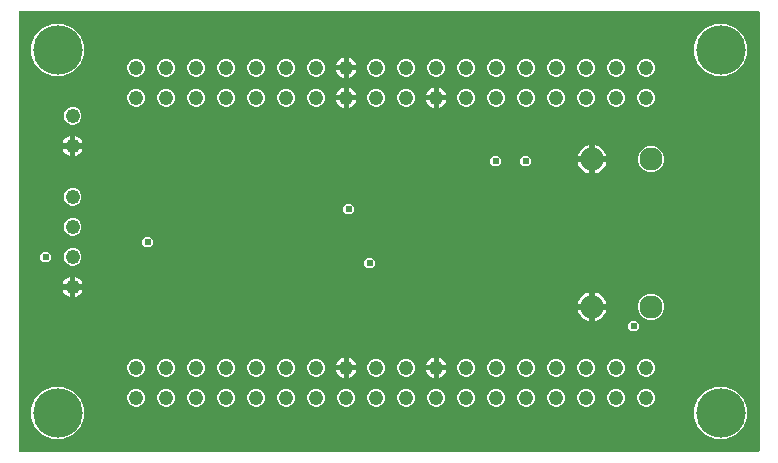
<source format=gbr>
G04 EAGLE Gerber RS-274X export*
G75*
%MOMM*%
%FSLAX34Y34*%
%LPD*%
%INCopper Layer 2*%
%IPPOS*%
%AMOC8*
5,1,8,0,0,1.08239X$1,22.5*%
G01*
%ADD10C,1.244600*%
%ADD11C,1.960000*%
%ADD12C,4.191000*%
%ADD13C,0.609600*%

G36*
X628768Y2556D02*
X628768Y2556D01*
X628887Y2563D01*
X628925Y2576D01*
X628966Y2581D01*
X629076Y2624D01*
X629189Y2661D01*
X629224Y2683D01*
X629261Y2698D01*
X629357Y2767D01*
X629458Y2831D01*
X629486Y2861D01*
X629519Y2884D01*
X629595Y2976D01*
X629676Y3063D01*
X629696Y3098D01*
X629721Y3129D01*
X629772Y3237D01*
X629830Y3341D01*
X629840Y3381D01*
X629857Y3417D01*
X629879Y3534D01*
X629909Y3649D01*
X629913Y3709D01*
X629917Y3729D01*
X629915Y3750D01*
X629919Y3810D01*
X629919Y374650D01*
X629904Y374768D01*
X629897Y374887D01*
X629884Y374925D01*
X629879Y374966D01*
X629836Y375076D01*
X629799Y375189D01*
X629777Y375224D01*
X629762Y375261D01*
X629693Y375357D01*
X629629Y375458D01*
X629599Y375486D01*
X629576Y375519D01*
X629484Y375595D01*
X629397Y375676D01*
X629362Y375696D01*
X629331Y375721D01*
X629223Y375772D01*
X629119Y375830D01*
X629079Y375840D01*
X629043Y375857D01*
X628926Y375879D01*
X628811Y375909D01*
X628751Y375913D01*
X628731Y375917D01*
X628710Y375915D01*
X628650Y375919D01*
X3810Y375919D01*
X3692Y375904D01*
X3573Y375897D01*
X3535Y375884D01*
X3494Y375879D01*
X3384Y375836D01*
X3271Y375799D01*
X3236Y375777D01*
X3199Y375762D01*
X3103Y375693D01*
X3002Y375629D01*
X2974Y375599D01*
X2941Y375576D01*
X2865Y375484D01*
X2784Y375397D01*
X2764Y375362D01*
X2739Y375331D01*
X2688Y375223D01*
X2630Y375119D01*
X2620Y375079D01*
X2603Y375043D01*
X2581Y374926D01*
X2551Y374811D01*
X2547Y374751D01*
X2543Y374731D01*
X2545Y374710D01*
X2541Y374650D01*
X2541Y3810D01*
X2556Y3692D01*
X2563Y3573D01*
X2576Y3535D01*
X2581Y3494D01*
X2624Y3384D01*
X2661Y3271D01*
X2683Y3236D01*
X2698Y3199D01*
X2767Y3103D01*
X2831Y3002D01*
X2861Y2974D01*
X2884Y2941D01*
X2976Y2865D01*
X3063Y2784D01*
X3098Y2764D01*
X3129Y2739D01*
X3237Y2688D01*
X3341Y2630D01*
X3381Y2620D01*
X3417Y2603D01*
X3534Y2581D01*
X3649Y2551D01*
X3709Y2547D01*
X3729Y2543D01*
X3750Y2545D01*
X3810Y2541D01*
X628650Y2541D01*
X628768Y2556D01*
G37*
%LPC*%
G36*
X592479Y320674D02*
X592479Y320674D01*
X584310Y324058D01*
X578058Y330310D01*
X574674Y338479D01*
X574674Y347321D01*
X578058Y355490D01*
X584310Y361742D01*
X592479Y365126D01*
X601321Y365126D01*
X609490Y361742D01*
X615742Y355490D01*
X619126Y347321D01*
X619126Y338479D01*
X615742Y330310D01*
X609490Y324058D01*
X601321Y320674D01*
X592479Y320674D01*
G37*
%LPD*%
%LPC*%
G36*
X31139Y320674D02*
X31139Y320674D01*
X22970Y324058D01*
X16718Y330310D01*
X13334Y338479D01*
X13334Y347321D01*
X16718Y355490D01*
X22970Y361742D01*
X31139Y365126D01*
X39981Y365126D01*
X48150Y361742D01*
X54402Y355490D01*
X57786Y347321D01*
X57786Y338479D01*
X54402Y330310D01*
X48150Y324058D01*
X39981Y320674D01*
X31139Y320674D01*
G37*
%LPD*%
%LPC*%
G36*
X31139Y13334D02*
X31139Y13334D01*
X22970Y16718D01*
X16718Y22970D01*
X13334Y31139D01*
X13334Y39981D01*
X16718Y48150D01*
X22970Y54402D01*
X31139Y57786D01*
X39981Y57786D01*
X48150Y54402D01*
X54402Y48150D01*
X57786Y39981D01*
X57786Y31139D01*
X54402Y22970D01*
X48150Y16718D01*
X39981Y13334D01*
X31139Y13334D01*
G37*
%LPD*%
%LPC*%
G36*
X592479Y13334D02*
X592479Y13334D01*
X584310Y16718D01*
X578058Y22970D01*
X574674Y31139D01*
X574674Y39981D01*
X578058Y48150D01*
X584310Y54402D01*
X592479Y57786D01*
X601321Y57786D01*
X609490Y54402D01*
X615742Y48150D01*
X619126Y39981D01*
X619126Y31139D01*
X615742Y22970D01*
X609490Y16718D01*
X601321Y13334D01*
X592479Y13334D01*
G37*
%LPD*%
%LPC*%
G36*
X535878Y114389D02*
X535878Y114389D01*
X531809Y116075D01*
X528695Y119189D01*
X527009Y123258D01*
X527009Y127662D01*
X528695Y131731D01*
X531809Y134845D01*
X535878Y136531D01*
X540282Y136531D01*
X544351Y134845D01*
X547465Y131731D01*
X549151Y127662D01*
X549151Y123258D01*
X547465Y119189D01*
X544351Y116075D01*
X540282Y114389D01*
X535878Y114389D01*
G37*
%LPD*%
%LPC*%
G36*
X535878Y239389D02*
X535878Y239389D01*
X531809Y241075D01*
X528695Y244189D01*
X527009Y248258D01*
X527009Y252662D01*
X528695Y256731D01*
X531809Y259845D01*
X535878Y261531D01*
X540282Y261531D01*
X544351Y259845D01*
X547465Y256731D01*
X549151Y252662D01*
X549151Y248258D01*
X547465Y244189D01*
X544351Y241075D01*
X540282Y239389D01*
X535878Y239389D01*
G37*
%LPD*%
%LPC*%
G36*
X481789Y320426D02*
X481789Y320426D01*
X479035Y321567D01*
X476927Y323675D01*
X475786Y326429D01*
X475786Y329411D01*
X476927Y332165D01*
X479035Y334273D01*
X481789Y335414D01*
X484771Y335414D01*
X487525Y334273D01*
X489633Y332165D01*
X490774Y329411D01*
X490774Y326429D01*
X489633Y323675D01*
X487525Y321567D01*
X484771Y320426D01*
X481789Y320426D01*
G37*
%LPD*%
%LPC*%
G36*
X456389Y320426D02*
X456389Y320426D01*
X453635Y321567D01*
X451527Y323675D01*
X450386Y326429D01*
X450386Y329411D01*
X451527Y332165D01*
X453635Y334273D01*
X456389Y335414D01*
X459371Y335414D01*
X462125Y334273D01*
X464233Y332165D01*
X465374Y329411D01*
X465374Y326429D01*
X464233Y323675D01*
X462125Y321567D01*
X459371Y320426D01*
X456389Y320426D01*
G37*
%LPD*%
%LPC*%
G36*
X430989Y320426D02*
X430989Y320426D01*
X428235Y321567D01*
X426127Y323675D01*
X424986Y326429D01*
X424986Y329411D01*
X426127Y332165D01*
X428235Y334273D01*
X430989Y335414D01*
X433971Y335414D01*
X436725Y334273D01*
X438833Y332165D01*
X439974Y329411D01*
X439974Y326429D01*
X438833Y323675D01*
X436725Y321567D01*
X433971Y320426D01*
X430989Y320426D01*
G37*
%LPD*%
%LPC*%
G36*
X405589Y320426D02*
X405589Y320426D01*
X402835Y321567D01*
X400727Y323675D01*
X399586Y326429D01*
X399586Y329411D01*
X400727Y332165D01*
X402835Y334273D01*
X405589Y335414D01*
X408571Y335414D01*
X411325Y334273D01*
X413433Y332165D01*
X414574Y329411D01*
X414574Y326429D01*
X413433Y323675D01*
X411325Y321567D01*
X408571Y320426D01*
X405589Y320426D01*
G37*
%LPD*%
%LPC*%
G36*
X380189Y320426D02*
X380189Y320426D01*
X377435Y321567D01*
X375327Y323675D01*
X374186Y326429D01*
X374186Y329411D01*
X375327Y332165D01*
X377435Y334273D01*
X380189Y335414D01*
X383171Y335414D01*
X385925Y334273D01*
X388033Y332165D01*
X389174Y329411D01*
X389174Y326429D01*
X388033Y323675D01*
X385925Y321567D01*
X383171Y320426D01*
X380189Y320426D01*
G37*
%LPD*%
%LPC*%
G36*
X354789Y320426D02*
X354789Y320426D01*
X352035Y321567D01*
X349927Y323675D01*
X348786Y326429D01*
X348786Y329411D01*
X349927Y332165D01*
X352035Y334273D01*
X354789Y335414D01*
X357771Y335414D01*
X360525Y334273D01*
X362633Y332165D01*
X363774Y329411D01*
X363774Y326429D01*
X362633Y323675D01*
X360525Y321567D01*
X357771Y320426D01*
X354789Y320426D01*
G37*
%LPD*%
%LPC*%
G36*
X329389Y320426D02*
X329389Y320426D01*
X326635Y321567D01*
X324527Y323675D01*
X323386Y326429D01*
X323386Y329411D01*
X324527Y332165D01*
X326635Y334273D01*
X329389Y335414D01*
X332371Y335414D01*
X335125Y334273D01*
X337233Y332165D01*
X338374Y329411D01*
X338374Y326429D01*
X337233Y323675D01*
X335125Y321567D01*
X332371Y320426D01*
X329389Y320426D01*
G37*
%LPD*%
%LPC*%
G36*
X303989Y320426D02*
X303989Y320426D01*
X301235Y321567D01*
X299127Y323675D01*
X297986Y326429D01*
X297986Y329411D01*
X299127Y332165D01*
X301235Y334273D01*
X303989Y335414D01*
X306971Y335414D01*
X309725Y334273D01*
X311833Y332165D01*
X312974Y329411D01*
X312974Y326429D01*
X311833Y323675D01*
X309725Y321567D01*
X306971Y320426D01*
X303989Y320426D01*
G37*
%LPD*%
%LPC*%
G36*
X253189Y320426D02*
X253189Y320426D01*
X250435Y321567D01*
X248327Y323675D01*
X247186Y326429D01*
X247186Y329411D01*
X248327Y332165D01*
X250435Y334273D01*
X253189Y335414D01*
X256171Y335414D01*
X258925Y334273D01*
X261033Y332165D01*
X262174Y329411D01*
X262174Y326429D01*
X261033Y323675D01*
X258925Y321567D01*
X256171Y320426D01*
X253189Y320426D01*
G37*
%LPD*%
%LPC*%
G36*
X227789Y320426D02*
X227789Y320426D01*
X225035Y321567D01*
X222927Y323675D01*
X221786Y326429D01*
X221786Y329411D01*
X222927Y332165D01*
X225035Y334273D01*
X227789Y335414D01*
X230771Y335414D01*
X233525Y334273D01*
X235633Y332165D01*
X236774Y329411D01*
X236774Y326429D01*
X235633Y323675D01*
X233525Y321567D01*
X230771Y320426D01*
X227789Y320426D01*
G37*
%LPD*%
%LPC*%
G36*
X202389Y320426D02*
X202389Y320426D01*
X199635Y321567D01*
X197527Y323675D01*
X196386Y326429D01*
X196386Y329411D01*
X197527Y332165D01*
X199635Y334273D01*
X202389Y335414D01*
X205371Y335414D01*
X208125Y334273D01*
X210233Y332165D01*
X211374Y329411D01*
X211374Y326429D01*
X210233Y323675D01*
X208125Y321567D01*
X205371Y320426D01*
X202389Y320426D01*
G37*
%LPD*%
%LPC*%
G36*
X176989Y320426D02*
X176989Y320426D01*
X174235Y321567D01*
X172127Y323675D01*
X170986Y326429D01*
X170986Y329411D01*
X172127Y332165D01*
X174235Y334273D01*
X176989Y335414D01*
X179971Y335414D01*
X182725Y334273D01*
X184833Y332165D01*
X185974Y329411D01*
X185974Y326429D01*
X184833Y323675D01*
X182725Y321567D01*
X179971Y320426D01*
X176989Y320426D01*
G37*
%LPD*%
%LPC*%
G36*
X151589Y320426D02*
X151589Y320426D01*
X148835Y321567D01*
X146727Y323675D01*
X145586Y326429D01*
X145586Y329411D01*
X146727Y332165D01*
X148835Y334273D01*
X151589Y335414D01*
X154571Y335414D01*
X157325Y334273D01*
X159433Y332165D01*
X160574Y329411D01*
X160574Y326429D01*
X159433Y323675D01*
X157325Y321567D01*
X154571Y320426D01*
X151589Y320426D01*
G37*
%LPD*%
%LPC*%
G36*
X126189Y320426D02*
X126189Y320426D01*
X123435Y321567D01*
X121327Y323675D01*
X120186Y326429D01*
X120186Y329411D01*
X121327Y332165D01*
X123435Y334273D01*
X126189Y335414D01*
X129171Y335414D01*
X131925Y334273D01*
X134033Y332165D01*
X135174Y329411D01*
X135174Y326429D01*
X134033Y323675D01*
X131925Y321567D01*
X129171Y320426D01*
X126189Y320426D01*
G37*
%LPD*%
%LPC*%
G36*
X100789Y320426D02*
X100789Y320426D01*
X98035Y321567D01*
X95927Y323675D01*
X94786Y326429D01*
X94786Y329411D01*
X95927Y332165D01*
X98035Y334273D01*
X100789Y335414D01*
X103771Y335414D01*
X106525Y334273D01*
X108633Y332165D01*
X109774Y329411D01*
X109774Y326429D01*
X108633Y323675D01*
X106525Y321567D01*
X103771Y320426D01*
X100789Y320426D01*
G37*
%LPD*%
%LPC*%
G36*
X100789Y41026D02*
X100789Y41026D01*
X98035Y42167D01*
X95927Y44275D01*
X94786Y47029D01*
X94786Y50011D01*
X95927Y52765D01*
X98035Y54873D01*
X100789Y56014D01*
X103771Y56014D01*
X106525Y54873D01*
X108633Y52765D01*
X109774Y50011D01*
X109774Y47029D01*
X108633Y44275D01*
X106525Y42167D01*
X103771Y41026D01*
X100789Y41026D01*
G37*
%LPD*%
%LPC*%
G36*
X126189Y41026D02*
X126189Y41026D01*
X123435Y42167D01*
X121327Y44275D01*
X120186Y47029D01*
X120186Y50011D01*
X121327Y52765D01*
X123435Y54873D01*
X126189Y56014D01*
X129171Y56014D01*
X131925Y54873D01*
X134033Y52765D01*
X135174Y50011D01*
X135174Y47029D01*
X134033Y44275D01*
X131925Y42167D01*
X129171Y41026D01*
X126189Y41026D01*
G37*
%LPD*%
%LPC*%
G36*
X151589Y41026D02*
X151589Y41026D01*
X148835Y42167D01*
X146727Y44275D01*
X145586Y47029D01*
X145586Y50011D01*
X146727Y52765D01*
X148835Y54873D01*
X151589Y56014D01*
X154571Y56014D01*
X157325Y54873D01*
X159433Y52765D01*
X160574Y50011D01*
X160574Y47029D01*
X159433Y44275D01*
X157325Y42167D01*
X154571Y41026D01*
X151589Y41026D01*
G37*
%LPD*%
%LPC*%
G36*
X176989Y41026D02*
X176989Y41026D01*
X174235Y42167D01*
X172127Y44275D01*
X170986Y47029D01*
X170986Y50011D01*
X172127Y52765D01*
X174235Y54873D01*
X176989Y56014D01*
X179971Y56014D01*
X182725Y54873D01*
X184833Y52765D01*
X185974Y50011D01*
X185974Y47029D01*
X184833Y44275D01*
X182725Y42167D01*
X179971Y41026D01*
X176989Y41026D01*
G37*
%LPD*%
%LPC*%
G36*
X202389Y41026D02*
X202389Y41026D01*
X199635Y42167D01*
X197527Y44275D01*
X196386Y47029D01*
X196386Y50011D01*
X197527Y52765D01*
X199635Y54873D01*
X202389Y56014D01*
X205371Y56014D01*
X208125Y54873D01*
X210233Y52765D01*
X211374Y50011D01*
X211374Y47029D01*
X210233Y44275D01*
X208125Y42167D01*
X205371Y41026D01*
X202389Y41026D01*
G37*
%LPD*%
%LPC*%
G36*
X227789Y41026D02*
X227789Y41026D01*
X225035Y42167D01*
X222927Y44275D01*
X221786Y47029D01*
X221786Y50011D01*
X222927Y52765D01*
X225035Y54873D01*
X227789Y56014D01*
X230771Y56014D01*
X233525Y54873D01*
X235633Y52765D01*
X236774Y50011D01*
X236774Y47029D01*
X235633Y44275D01*
X233525Y42167D01*
X230771Y41026D01*
X227789Y41026D01*
G37*
%LPD*%
%LPC*%
G36*
X532589Y295026D02*
X532589Y295026D01*
X529835Y296167D01*
X527727Y298275D01*
X526586Y301029D01*
X526586Y304011D01*
X527727Y306765D01*
X529835Y308873D01*
X532589Y310014D01*
X535571Y310014D01*
X538325Y308873D01*
X540433Y306765D01*
X541574Y304011D01*
X541574Y301029D01*
X540433Y298275D01*
X538325Y296167D01*
X535571Y295026D01*
X532589Y295026D01*
G37*
%LPD*%
%LPC*%
G36*
X507189Y295026D02*
X507189Y295026D01*
X504435Y296167D01*
X502327Y298275D01*
X501186Y301029D01*
X501186Y304011D01*
X502327Y306765D01*
X504435Y308873D01*
X507189Y310014D01*
X510171Y310014D01*
X512925Y308873D01*
X515033Y306765D01*
X516174Y304011D01*
X516174Y301029D01*
X515033Y298275D01*
X512925Y296167D01*
X510171Y295026D01*
X507189Y295026D01*
G37*
%LPD*%
%LPC*%
G36*
X481789Y295026D02*
X481789Y295026D01*
X479035Y296167D01*
X476927Y298275D01*
X475786Y301029D01*
X475786Y304011D01*
X476927Y306765D01*
X479035Y308873D01*
X481789Y310014D01*
X484771Y310014D01*
X487525Y308873D01*
X489633Y306765D01*
X490774Y304011D01*
X490774Y301029D01*
X489633Y298275D01*
X487525Y296167D01*
X484771Y295026D01*
X481789Y295026D01*
G37*
%LPD*%
%LPC*%
G36*
X456389Y295026D02*
X456389Y295026D01*
X453635Y296167D01*
X451527Y298275D01*
X450386Y301029D01*
X450386Y304011D01*
X451527Y306765D01*
X453635Y308873D01*
X456389Y310014D01*
X459371Y310014D01*
X462125Y308873D01*
X464233Y306765D01*
X465374Y304011D01*
X465374Y301029D01*
X464233Y298275D01*
X462125Y296167D01*
X459371Y295026D01*
X456389Y295026D01*
G37*
%LPD*%
%LPC*%
G36*
X430989Y295026D02*
X430989Y295026D01*
X428235Y296167D01*
X426127Y298275D01*
X424986Y301029D01*
X424986Y304011D01*
X426127Y306765D01*
X428235Y308873D01*
X430989Y310014D01*
X433971Y310014D01*
X436725Y308873D01*
X438833Y306765D01*
X439974Y304011D01*
X439974Y301029D01*
X438833Y298275D01*
X436725Y296167D01*
X433971Y295026D01*
X430989Y295026D01*
G37*
%LPD*%
%LPC*%
G36*
X405589Y295026D02*
X405589Y295026D01*
X402835Y296167D01*
X400727Y298275D01*
X399586Y301029D01*
X399586Y304011D01*
X400727Y306765D01*
X402835Y308873D01*
X405589Y310014D01*
X408571Y310014D01*
X411325Y308873D01*
X413433Y306765D01*
X414574Y304011D01*
X414574Y301029D01*
X413433Y298275D01*
X411325Y296167D01*
X408571Y295026D01*
X405589Y295026D01*
G37*
%LPD*%
%LPC*%
G36*
X380189Y295026D02*
X380189Y295026D01*
X377435Y296167D01*
X375327Y298275D01*
X374186Y301029D01*
X374186Y304011D01*
X375327Y306765D01*
X377435Y308873D01*
X380189Y310014D01*
X383171Y310014D01*
X385925Y308873D01*
X388033Y306765D01*
X389174Y304011D01*
X389174Y301029D01*
X388033Y298275D01*
X385925Y296167D01*
X383171Y295026D01*
X380189Y295026D01*
G37*
%LPD*%
%LPC*%
G36*
X329389Y295026D02*
X329389Y295026D01*
X326635Y296167D01*
X324527Y298275D01*
X323386Y301029D01*
X323386Y304011D01*
X324527Y306765D01*
X326635Y308873D01*
X329389Y310014D01*
X332371Y310014D01*
X335125Y308873D01*
X337233Y306765D01*
X338374Y304011D01*
X338374Y301029D01*
X337233Y298275D01*
X335125Y296167D01*
X332371Y295026D01*
X329389Y295026D01*
G37*
%LPD*%
%LPC*%
G36*
X303989Y295026D02*
X303989Y295026D01*
X301235Y296167D01*
X299127Y298275D01*
X297986Y301029D01*
X297986Y304011D01*
X299127Y306765D01*
X301235Y308873D01*
X303989Y310014D01*
X306971Y310014D01*
X309725Y308873D01*
X311833Y306765D01*
X312974Y304011D01*
X312974Y301029D01*
X311833Y298275D01*
X309725Y296167D01*
X306971Y295026D01*
X303989Y295026D01*
G37*
%LPD*%
%LPC*%
G36*
X253189Y295026D02*
X253189Y295026D01*
X250435Y296167D01*
X248327Y298275D01*
X247186Y301029D01*
X247186Y304011D01*
X248327Y306765D01*
X250435Y308873D01*
X253189Y310014D01*
X256171Y310014D01*
X258925Y308873D01*
X261033Y306765D01*
X262174Y304011D01*
X262174Y301029D01*
X261033Y298275D01*
X258925Y296167D01*
X256171Y295026D01*
X253189Y295026D01*
G37*
%LPD*%
%LPC*%
G36*
X227789Y295026D02*
X227789Y295026D01*
X225035Y296167D01*
X222927Y298275D01*
X221786Y301029D01*
X221786Y304011D01*
X222927Y306765D01*
X225035Y308873D01*
X227789Y310014D01*
X230771Y310014D01*
X233525Y308873D01*
X235633Y306765D01*
X236774Y304011D01*
X236774Y301029D01*
X235633Y298275D01*
X233525Y296167D01*
X230771Y295026D01*
X227789Y295026D01*
G37*
%LPD*%
%LPC*%
G36*
X202389Y295026D02*
X202389Y295026D01*
X199635Y296167D01*
X197527Y298275D01*
X196386Y301029D01*
X196386Y304011D01*
X197527Y306765D01*
X199635Y308873D01*
X202389Y310014D01*
X205371Y310014D01*
X208125Y308873D01*
X210233Y306765D01*
X211374Y304011D01*
X211374Y301029D01*
X210233Y298275D01*
X208125Y296167D01*
X205371Y295026D01*
X202389Y295026D01*
G37*
%LPD*%
%LPC*%
G36*
X176989Y295026D02*
X176989Y295026D01*
X174235Y296167D01*
X172127Y298275D01*
X170986Y301029D01*
X170986Y304011D01*
X172127Y306765D01*
X174235Y308873D01*
X176989Y310014D01*
X179971Y310014D01*
X182725Y308873D01*
X184833Y306765D01*
X185974Y304011D01*
X185974Y301029D01*
X184833Y298275D01*
X182725Y296167D01*
X179971Y295026D01*
X176989Y295026D01*
G37*
%LPD*%
%LPC*%
G36*
X151589Y295026D02*
X151589Y295026D01*
X148835Y296167D01*
X146727Y298275D01*
X145586Y301029D01*
X145586Y304011D01*
X146727Y306765D01*
X148835Y308873D01*
X151589Y310014D01*
X154571Y310014D01*
X157325Y308873D01*
X159433Y306765D01*
X160574Y304011D01*
X160574Y301029D01*
X159433Y298275D01*
X157325Y296167D01*
X154571Y295026D01*
X151589Y295026D01*
G37*
%LPD*%
%LPC*%
G36*
X126189Y295026D02*
X126189Y295026D01*
X123435Y296167D01*
X121327Y298275D01*
X120186Y301029D01*
X120186Y304011D01*
X121327Y306765D01*
X123435Y308873D01*
X126189Y310014D01*
X129171Y310014D01*
X131925Y308873D01*
X134033Y306765D01*
X135174Y304011D01*
X135174Y301029D01*
X134033Y298275D01*
X131925Y296167D01*
X129171Y295026D01*
X126189Y295026D01*
G37*
%LPD*%
%LPC*%
G36*
X100789Y295026D02*
X100789Y295026D01*
X98035Y296167D01*
X95927Y298275D01*
X94786Y301029D01*
X94786Y304011D01*
X95927Y306765D01*
X98035Y308873D01*
X100789Y310014D01*
X103771Y310014D01*
X106525Y308873D01*
X108633Y306765D01*
X109774Y304011D01*
X109774Y301029D01*
X108633Y298275D01*
X106525Y296167D01*
X103771Y295026D01*
X100789Y295026D01*
G37*
%LPD*%
%LPC*%
G36*
X253189Y41026D02*
X253189Y41026D01*
X250435Y42167D01*
X248327Y44275D01*
X247186Y47029D01*
X247186Y50011D01*
X248327Y52765D01*
X250435Y54873D01*
X253189Y56014D01*
X256171Y56014D01*
X258925Y54873D01*
X261033Y52765D01*
X262174Y50011D01*
X262174Y47029D01*
X261033Y44275D01*
X258925Y42167D01*
X256171Y41026D01*
X253189Y41026D01*
G37*
%LPD*%
%LPC*%
G36*
X278589Y41026D02*
X278589Y41026D01*
X275835Y42167D01*
X273727Y44275D01*
X272586Y47029D01*
X272586Y50011D01*
X273727Y52765D01*
X275835Y54873D01*
X278589Y56014D01*
X281571Y56014D01*
X284325Y54873D01*
X286433Y52765D01*
X287574Y50011D01*
X287574Y47029D01*
X286433Y44275D01*
X284325Y42167D01*
X281571Y41026D01*
X278589Y41026D01*
G37*
%LPD*%
%LPC*%
G36*
X303989Y41026D02*
X303989Y41026D01*
X301235Y42167D01*
X299127Y44275D01*
X297986Y47029D01*
X297986Y50011D01*
X299127Y52765D01*
X301235Y54873D01*
X303989Y56014D01*
X306971Y56014D01*
X309725Y54873D01*
X311833Y52765D01*
X312974Y50011D01*
X312974Y47029D01*
X311833Y44275D01*
X309725Y42167D01*
X306971Y41026D01*
X303989Y41026D01*
G37*
%LPD*%
%LPC*%
G36*
X329389Y41026D02*
X329389Y41026D01*
X326635Y42167D01*
X324527Y44275D01*
X323386Y47029D01*
X323386Y50011D01*
X324527Y52765D01*
X326635Y54873D01*
X329389Y56014D01*
X332371Y56014D01*
X335125Y54873D01*
X337233Y52765D01*
X338374Y50011D01*
X338374Y47029D01*
X337233Y44275D01*
X335125Y42167D01*
X332371Y41026D01*
X329389Y41026D01*
G37*
%LPD*%
%LPC*%
G36*
X46769Y279526D02*
X46769Y279526D01*
X44015Y280667D01*
X41907Y282775D01*
X40766Y285529D01*
X40766Y288511D01*
X41907Y291265D01*
X44015Y293373D01*
X46769Y294514D01*
X49751Y294514D01*
X52505Y293373D01*
X54613Y291265D01*
X55754Y288511D01*
X55754Y285529D01*
X54613Y282775D01*
X52505Y280667D01*
X49751Y279526D01*
X46769Y279526D01*
G37*
%LPD*%
%LPC*%
G36*
X354789Y41026D02*
X354789Y41026D01*
X352035Y42167D01*
X349927Y44275D01*
X348786Y47029D01*
X348786Y50011D01*
X349927Y52765D01*
X352035Y54873D01*
X354789Y56014D01*
X357771Y56014D01*
X360525Y54873D01*
X362633Y52765D01*
X363774Y50011D01*
X363774Y47029D01*
X362633Y44275D01*
X360525Y42167D01*
X357771Y41026D01*
X354789Y41026D01*
G37*
%LPD*%
%LPC*%
G36*
X380189Y41026D02*
X380189Y41026D01*
X377435Y42167D01*
X375327Y44275D01*
X374186Y47029D01*
X374186Y50011D01*
X375327Y52765D01*
X377435Y54873D01*
X380189Y56014D01*
X383171Y56014D01*
X385925Y54873D01*
X388033Y52765D01*
X389174Y50011D01*
X389174Y47029D01*
X388033Y44275D01*
X385925Y42167D01*
X383171Y41026D01*
X380189Y41026D01*
G37*
%LPD*%
%LPC*%
G36*
X405589Y41026D02*
X405589Y41026D01*
X402835Y42167D01*
X400727Y44275D01*
X399586Y47029D01*
X399586Y50011D01*
X400727Y52765D01*
X402835Y54873D01*
X405589Y56014D01*
X408571Y56014D01*
X411325Y54873D01*
X413433Y52765D01*
X414574Y50011D01*
X414574Y47029D01*
X413433Y44275D01*
X411325Y42167D01*
X408571Y41026D01*
X405589Y41026D01*
G37*
%LPD*%
%LPC*%
G36*
X430989Y41026D02*
X430989Y41026D01*
X428235Y42167D01*
X426127Y44275D01*
X424986Y47029D01*
X424986Y50011D01*
X426127Y52765D01*
X428235Y54873D01*
X430989Y56014D01*
X433971Y56014D01*
X436725Y54873D01*
X438833Y52765D01*
X439974Y50011D01*
X439974Y47029D01*
X438833Y44275D01*
X436725Y42167D01*
X433971Y41026D01*
X430989Y41026D01*
G37*
%LPD*%
%LPC*%
G36*
X507189Y320426D02*
X507189Y320426D01*
X504435Y321567D01*
X502327Y323675D01*
X501186Y326429D01*
X501186Y329411D01*
X502327Y332165D01*
X504435Y334273D01*
X507189Y335414D01*
X510171Y335414D01*
X512925Y334273D01*
X515033Y332165D01*
X516174Y329411D01*
X516174Y326429D01*
X515033Y323675D01*
X512925Y321567D01*
X510171Y320426D01*
X507189Y320426D01*
G37*
%LPD*%
%LPC*%
G36*
X456389Y41026D02*
X456389Y41026D01*
X453635Y42167D01*
X451527Y44275D01*
X450386Y47029D01*
X450386Y50011D01*
X451527Y52765D01*
X453635Y54873D01*
X456389Y56014D01*
X459371Y56014D01*
X462125Y54873D01*
X464233Y52765D01*
X465374Y50011D01*
X465374Y47029D01*
X464233Y44275D01*
X462125Y42167D01*
X459371Y41026D01*
X456389Y41026D01*
G37*
%LPD*%
%LPC*%
G36*
X481789Y41026D02*
X481789Y41026D01*
X479035Y42167D01*
X476927Y44275D01*
X475786Y47029D01*
X475786Y50011D01*
X476927Y52765D01*
X479035Y54873D01*
X481789Y56014D01*
X484771Y56014D01*
X487525Y54873D01*
X489633Y52765D01*
X490774Y50011D01*
X490774Y47029D01*
X489633Y44275D01*
X487525Y42167D01*
X484771Y41026D01*
X481789Y41026D01*
G37*
%LPD*%
%LPC*%
G36*
X507189Y41026D02*
X507189Y41026D01*
X504435Y42167D01*
X502327Y44275D01*
X501186Y47029D01*
X501186Y50011D01*
X502327Y52765D01*
X504435Y54873D01*
X507189Y56014D01*
X510171Y56014D01*
X512925Y54873D01*
X515033Y52765D01*
X516174Y50011D01*
X516174Y47029D01*
X515033Y44275D01*
X512925Y42167D01*
X510171Y41026D01*
X507189Y41026D01*
G37*
%LPD*%
%LPC*%
G36*
X532589Y41026D02*
X532589Y41026D01*
X529835Y42167D01*
X527727Y44275D01*
X526586Y47029D01*
X526586Y50011D01*
X527727Y52765D01*
X529835Y54873D01*
X532589Y56014D01*
X535571Y56014D01*
X538325Y54873D01*
X540433Y52765D01*
X541574Y50011D01*
X541574Y47029D01*
X540433Y44275D01*
X538325Y42167D01*
X535571Y41026D01*
X532589Y41026D01*
G37*
%LPD*%
%LPC*%
G36*
X100789Y66426D02*
X100789Y66426D01*
X98035Y67567D01*
X95927Y69675D01*
X94786Y72429D01*
X94786Y75411D01*
X95927Y78165D01*
X98035Y80273D01*
X100789Y81414D01*
X103771Y81414D01*
X106525Y80273D01*
X108633Y78165D01*
X109774Y75411D01*
X109774Y72429D01*
X108633Y69675D01*
X106525Y67567D01*
X103771Y66426D01*
X100789Y66426D01*
G37*
%LPD*%
%LPC*%
G36*
X126189Y66426D02*
X126189Y66426D01*
X123435Y67567D01*
X121327Y69675D01*
X120186Y72429D01*
X120186Y75411D01*
X121327Y78165D01*
X123435Y80273D01*
X126189Y81414D01*
X129171Y81414D01*
X131925Y80273D01*
X134033Y78165D01*
X135174Y75411D01*
X135174Y72429D01*
X134033Y69675D01*
X131925Y67567D01*
X129171Y66426D01*
X126189Y66426D01*
G37*
%LPD*%
%LPC*%
G36*
X151589Y66426D02*
X151589Y66426D01*
X148835Y67567D01*
X146727Y69675D01*
X145586Y72429D01*
X145586Y75411D01*
X146727Y78165D01*
X148835Y80273D01*
X151589Y81414D01*
X154571Y81414D01*
X157325Y80273D01*
X159433Y78165D01*
X160574Y75411D01*
X160574Y72429D01*
X159433Y69675D01*
X157325Y67567D01*
X154571Y66426D01*
X151589Y66426D01*
G37*
%LPD*%
%LPC*%
G36*
X46769Y210946D02*
X46769Y210946D01*
X44015Y212087D01*
X41907Y214195D01*
X40766Y216949D01*
X40766Y219931D01*
X41907Y222685D01*
X44015Y224793D01*
X46769Y225934D01*
X49751Y225934D01*
X52505Y224793D01*
X54613Y222685D01*
X55754Y219931D01*
X55754Y216949D01*
X54613Y214195D01*
X52505Y212087D01*
X49751Y210946D01*
X46769Y210946D01*
G37*
%LPD*%
%LPC*%
G36*
X176989Y66426D02*
X176989Y66426D01*
X174235Y67567D01*
X172127Y69675D01*
X170986Y72429D01*
X170986Y75411D01*
X172127Y78165D01*
X174235Y80273D01*
X176989Y81414D01*
X179971Y81414D01*
X182725Y80273D01*
X184833Y78165D01*
X185974Y75411D01*
X185974Y72429D01*
X184833Y69675D01*
X182725Y67567D01*
X179971Y66426D01*
X176989Y66426D01*
G37*
%LPD*%
%LPC*%
G36*
X46769Y185546D02*
X46769Y185546D01*
X44015Y186687D01*
X41907Y188795D01*
X40766Y191549D01*
X40766Y194531D01*
X41907Y197285D01*
X44015Y199393D01*
X46769Y200534D01*
X49751Y200534D01*
X52505Y199393D01*
X54613Y197285D01*
X55754Y194531D01*
X55754Y191549D01*
X54613Y188795D01*
X52505Y186687D01*
X49751Y185546D01*
X46769Y185546D01*
G37*
%LPD*%
%LPC*%
G36*
X202389Y66426D02*
X202389Y66426D01*
X199635Y67567D01*
X197527Y69675D01*
X196386Y72429D01*
X196386Y75411D01*
X197527Y78165D01*
X199635Y80273D01*
X202389Y81414D01*
X205371Y81414D01*
X208125Y80273D01*
X210233Y78165D01*
X211374Y75411D01*
X211374Y72429D01*
X210233Y69675D01*
X208125Y67567D01*
X205371Y66426D01*
X202389Y66426D01*
G37*
%LPD*%
%LPC*%
G36*
X46769Y160146D02*
X46769Y160146D01*
X44015Y161287D01*
X41907Y163395D01*
X40766Y166149D01*
X40766Y169131D01*
X41907Y171885D01*
X44015Y173993D01*
X46769Y175134D01*
X49751Y175134D01*
X52505Y173993D01*
X54613Y171885D01*
X55754Y169131D01*
X55754Y166149D01*
X54613Y163395D01*
X52505Y161287D01*
X49751Y160146D01*
X46769Y160146D01*
G37*
%LPD*%
%LPC*%
G36*
X227789Y66426D02*
X227789Y66426D01*
X225035Y67567D01*
X222927Y69675D01*
X221786Y72429D01*
X221786Y75411D01*
X222927Y78165D01*
X225035Y80273D01*
X227789Y81414D01*
X230771Y81414D01*
X233525Y80273D01*
X235633Y78165D01*
X236774Y75411D01*
X236774Y72429D01*
X235633Y69675D01*
X233525Y67567D01*
X230771Y66426D01*
X227789Y66426D01*
G37*
%LPD*%
%LPC*%
G36*
X253189Y66426D02*
X253189Y66426D01*
X250435Y67567D01*
X248327Y69675D01*
X247186Y72429D01*
X247186Y75411D01*
X248327Y78165D01*
X250435Y80273D01*
X253189Y81414D01*
X256171Y81414D01*
X258925Y80273D01*
X261033Y78165D01*
X262174Y75411D01*
X262174Y72429D01*
X261033Y69675D01*
X258925Y67567D01*
X256171Y66426D01*
X253189Y66426D01*
G37*
%LPD*%
%LPC*%
G36*
X380189Y66426D02*
X380189Y66426D01*
X377435Y67567D01*
X375327Y69675D01*
X374186Y72429D01*
X374186Y75411D01*
X375327Y78165D01*
X377435Y80273D01*
X380189Y81414D01*
X383171Y81414D01*
X385925Y80273D01*
X388033Y78165D01*
X389174Y75411D01*
X389174Y72429D01*
X388033Y69675D01*
X385925Y67567D01*
X383171Y66426D01*
X380189Y66426D01*
G37*
%LPD*%
%LPC*%
G36*
X405589Y66426D02*
X405589Y66426D01*
X402835Y67567D01*
X400727Y69675D01*
X399586Y72429D01*
X399586Y75411D01*
X400727Y78165D01*
X402835Y80273D01*
X405589Y81414D01*
X408571Y81414D01*
X411325Y80273D01*
X413433Y78165D01*
X414574Y75411D01*
X414574Y72429D01*
X413433Y69675D01*
X411325Y67567D01*
X408571Y66426D01*
X405589Y66426D01*
G37*
%LPD*%
%LPC*%
G36*
X430989Y66426D02*
X430989Y66426D01*
X428235Y67567D01*
X426127Y69675D01*
X424986Y72429D01*
X424986Y75411D01*
X426127Y78165D01*
X428235Y80273D01*
X430989Y81414D01*
X433971Y81414D01*
X436725Y80273D01*
X438833Y78165D01*
X439974Y75411D01*
X439974Y72429D01*
X438833Y69675D01*
X436725Y67567D01*
X433971Y66426D01*
X430989Y66426D01*
G37*
%LPD*%
%LPC*%
G36*
X456389Y66426D02*
X456389Y66426D01*
X453635Y67567D01*
X451527Y69675D01*
X450386Y72429D01*
X450386Y75411D01*
X451527Y78165D01*
X453635Y80273D01*
X456389Y81414D01*
X459371Y81414D01*
X462125Y80273D01*
X464233Y78165D01*
X465374Y75411D01*
X465374Y72429D01*
X464233Y69675D01*
X462125Y67567D01*
X459371Y66426D01*
X456389Y66426D01*
G37*
%LPD*%
%LPC*%
G36*
X481789Y66426D02*
X481789Y66426D01*
X479035Y67567D01*
X476927Y69675D01*
X475786Y72429D01*
X475786Y75411D01*
X476927Y78165D01*
X479035Y80273D01*
X481789Y81414D01*
X484771Y81414D01*
X487525Y80273D01*
X489633Y78165D01*
X490774Y75411D01*
X490774Y72429D01*
X489633Y69675D01*
X487525Y67567D01*
X484771Y66426D01*
X481789Y66426D01*
G37*
%LPD*%
%LPC*%
G36*
X507189Y66426D02*
X507189Y66426D01*
X504435Y67567D01*
X502327Y69675D01*
X501186Y72429D01*
X501186Y75411D01*
X502327Y78165D01*
X504435Y80273D01*
X507189Y81414D01*
X510171Y81414D01*
X512925Y80273D01*
X515033Y78165D01*
X516174Y75411D01*
X516174Y72429D01*
X515033Y69675D01*
X512925Y67567D01*
X510171Y66426D01*
X507189Y66426D01*
G37*
%LPD*%
%LPC*%
G36*
X532589Y320426D02*
X532589Y320426D01*
X529835Y321567D01*
X527727Y323675D01*
X526586Y326429D01*
X526586Y329411D01*
X527727Y332165D01*
X529835Y334273D01*
X532589Y335414D01*
X535571Y335414D01*
X538325Y334273D01*
X540433Y332165D01*
X541574Y329411D01*
X541574Y326429D01*
X540433Y323675D01*
X538325Y321567D01*
X535571Y320426D01*
X532589Y320426D01*
G37*
%LPD*%
%LPC*%
G36*
X532589Y66426D02*
X532589Y66426D01*
X529835Y67567D01*
X527727Y69675D01*
X526586Y72429D01*
X526586Y75411D01*
X527727Y78165D01*
X529835Y80273D01*
X532589Y81414D01*
X535571Y81414D01*
X538325Y80273D01*
X540433Y78165D01*
X541574Y75411D01*
X541574Y72429D01*
X540433Y69675D01*
X538325Y67567D01*
X535571Y66426D01*
X532589Y66426D01*
G37*
%LPD*%
%LPC*%
G36*
X303989Y66426D02*
X303989Y66426D01*
X301235Y67567D01*
X299127Y69675D01*
X297986Y72429D01*
X297986Y75411D01*
X299127Y78165D01*
X301235Y80273D01*
X303989Y81414D01*
X306971Y81414D01*
X309725Y80273D01*
X311833Y78165D01*
X312974Y75411D01*
X312974Y72429D01*
X311833Y69675D01*
X309725Y67567D01*
X306971Y66426D01*
X303989Y66426D01*
G37*
%LPD*%
%LPC*%
G36*
X329389Y66426D02*
X329389Y66426D01*
X326635Y67567D01*
X324527Y69675D01*
X323386Y72429D01*
X323386Y75411D01*
X324527Y78165D01*
X326635Y80273D01*
X329389Y81414D01*
X332371Y81414D01*
X335125Y80273D01*
X337233Y78165D01*
X338374Y75411D01*
X338374Y72429D01*
X337233Y69675D01*
X335125Y67567D01*
X332371Y66426D01*
X329389Y66426D01*
G37*
%LPD*%
%LPC*%
G36*
X490619Y127999D02*
X490619Y127999D01*
X490619Y137552D01*
X490970Y137497D01*
X492817Y136897D01*
X494548Y136015D01*
X496119Y134873D01*
X497493Y133499D01*
X498635Y131928D01*
X499517Y130197D01*
X500117Y128350D01*
X500172Y127999D01*
X490619Y127999D01*
G37*
%LPD*%
%LPC*%
G36*
X490619Y252999D02*
X490619Y252999D01*
X490619Y262552D01*
X490970Y262497D01*
X492817Y261897D01*
X494548Y261015D01*
X496119Y259873D01*
X497493Y258499D01*
X498635Y256928D01*
X499517Y255197D01*
X500117Y253350D01*
X500172Y252999D01*
X490619Y252999D01*
G37*
%LPD*%
%LPC*%
G36*
X475988Y252999D02*
X475988Y252999D01*
X476043Y253350D01*
X476643Y255197D01*
X477525Y256928D01*
X478667Y258499D01*
X480041Y259873D01*
X481612Y261015D01*
X483343Y261897D01*
X485190Y262497D01*
X485541Y262552D01*
X485541Y252999D01*
X475988Y252999D01*
G37*
%LPD*%
%LPC*%
G36*
X490619Y247921D02*
X490619Y247921D01*
X500172Y247921D01*
X500117Y247570D01*
X499517Y245723D01*
X498635Y243992D01*
X497493Y242421D01*
X496119Y241047D01*
X494548Y239905D01*
X492817Y239023D01*
X490970Y238423D01*
X490619Y238368D01*
X490619Y247921D01*
G37*
%LPD*%
%LPC*%
G36*
X490619Y122921D02*
X490619Y122921D01*
X500172Y122921D01*
X500117Y122570D01*
X499517Y120723D01*
X498635Y118992D01*
X497493Y117421D01*
X496119Y116047D01*
X494548Y114905D01*
X492817Y114023D01*
X490970Y113423D01*
X490619Y113368D01*
X490619Y122921D01*
G37*
%LPD*%
%LPC*%
G36*
X475988Y127999D02*
X475988Y127999D01*
X476043Y128350D01*
X476643Y130197D01*
X477525Y131928D01*
X478667Y133499D01*
X480041Y134873D01*
X481612Y136015D01*
X483343Y136897D01*
X485190Y137497D01*
X485541Y137552D01*
X485541Y127999D01*
X475988Y127999D01*
G37*
%LPD*%
%LPC*%
G36*
X485190Y238423D02*
X485190Y238423D01*
X483343Y239023D01*
X481612Y239905D01*
X480041Y241047D01*
X478667Y242421D01*
X477525Y243992D01*
X476643Y245723D01*
X476043Y247570D01*
X475988Y247921D01*
X485541Y247921D01*
X485541Y238368D01*
X485190Y238423D01*
G37*
%LPD*%
%LPC*%
G36*
X485190Y113423D02*
X485190Y113423D01*
X483343Y114023D01*
X481612Y114905D01*
X480041Y116047D01*
X478667Y117421D01*
X477525Y118992D01*
X476643Y120723D01*
X476043Y122570D01*
X475988Y122921D01*
X485541Y122921D01*
X485541Y113368D01*
X485190Y113423D01*
G37*
%LPD*%
%LPC*%
G36*
X521451Y104901D02*
X521451Y104901D01*
X518921Y107431D01*
X518921Y111009D01*
X521451Y113539D01*
X525029Y113539D01*
X527559Y111009D01*
X527559Y107431D01*
X525029Y104901D01*
X521451Y104901D01*
G37*
%LPD*%
%LPC*%
G36*
X23611Y163321D02*
X23611Y163321D01*
X21081Y165851D01*
X21081Y169429D01*
X23611Y171959D01*
X27189Y171959D01*
X29719Y169429D01*
X29719Y165851D01*
X27189Y163321D01*
X23611Y163321D01*
G37*
%LPD*%
%LPC*%
G36*
X404611Y244601D02*
X404611Y244601D01*
X402081Y247131D01*
X402081Y250709D01*
X404611Y253239D01*
X408189Y253239D01*
X410719Y250709D01*
X410719Y247131D01*
X408189Y244601D01*
X404611Y244601D01*
G37*
%LPD*%
%LPC*%
G36*
X280151Y203961D02*
X280151Y203961D01*
X277621Y206491D01*
X277621Y210069D01*
X280151Y212599D01*
X283729Y212599D01*
X286259Y210069D01*
X286259Y206491D01*
X283729Y203961D01*
X280151Y203961D01*
G37*
%LPD*%
%LPC*%
G36*
X109971Y176021D02*
X109971Y176021D01*
X107441Y178551D01*
X107441Y182129D01*
X109971Y184659D01*
X113549Y184659D01*
X116079Y182129D01*
X116079Y178551D01*
X113549Y176021D01*
X109971Y176021D01*
G37*
%LPD*%
%LPC*%
G36*
X430011Y244601D02*
X430011Y244601D01*
X427481Y247131D01*
X427481Y250709D01*
X430011Y253239D01*
X433589Y253239D01*
X436119Y250709D01*
X436119Y247131D01*
X433589Y244601D01*
X430011Y244601D01*
G37*
%LPD*%
%LPC*%
G36*
X297931Y158241D02*
X297931Y158241D01*
X295401Y160771D01*
X295401Y164349D01*
X297931Y166879D01*
X301509Y166879D01*
X304039Y164349D01*
X304039Y160771D01*
X301509Y158241D01*
X297931Y158241D01*
G37*
%LPD*%
%LPC*%
G36*
X282302Y76142D02*
X282302Y76142D01*
X282302Y82413D01*
X282636Y82347D01*
X284231Y81686D01*
X285667Y80727D01*
X286887Y79507D01*
X287846Y78071D01*
X288507Y76476D01*
X288573Y76142D01*
X282302Y76142D01*
G37*
%LPD*%
%LPC*%
G36*
X50482Y144462D02*
X50482Y144462D01*
X50482Y150733D01*
X50816Y150667D01*
X52411Y150006D01*
X53847Y149047D01*
X55067Y147827D01*
X56026Y146391D01*
X56687Y144796D01*
X56753Y144462D01*
X50482Y144462D01*
G37*
%LPD*%
%LPC*%
G36*
X50482Y263842D02*
X50482Y263842D01*
X50482Y270113D01*
X50816Y270047D01*
X52411Y269386D01*
X53847Y268427D01*
X55067Y267207D01*
X56026Y265771D01*
X56687Y264176D01*
X56753Y263842D01*
X50482Y263842D01*
G37*
%LPD*%
%LPC*%
G36*
X358502Y76142D02*
X358502Y76142D01*
X358502Y82413D01*
X358836Y82347D01*
X360431Y81686D01*
X361867Y80727D01*
X363087Y79507D01*
X364046Y78071D01*
X364707Y76476D01*
X364773Y76142D01*
X358502Y76142D01*
G37*
%LPD*%
%LPC*%
G36*
X282302Y304742D02*
X282302Y304742D01*
X282302Y311013D01*
X282636Y310947D01*
X284231Y310286D01*
X285667Y309327D01*
X286887Y308107D01*
X287846Y306671D01*
X288507Y305076D01*
X288573Y304742D01*
X282302Y304742D01*
G37*
%LPD*%
%LPC*%
G36*
X358502Y304742D02*
X358502Y304742D01*
X358502Y311013D01*
X358836Y310947D01*
X360431Y310286D01*
X361867Y309327D01*
X363087Y308107D01*
X364046Y306671D01*
X364707Y305076D01*
X364773Y304742D01*
X358502Y304742D01*
G37*
%LPD*%
%LPC*%
G36*
X282302Y330142D02*
X282302Y330142D01*
X282302Y336413D01*
X282636Y336347D01*
X284231Y335686D01*
X285667Y334727D01*
X286887Y333507D01*
X287846Y332071D01*
X288507Y330476D01*
X288573Y330142D01*
X282302Y330142D01*
G37*
%LPD*%
%LPC*%
G36*
X282302Y325698D02*
X282302Y325698D01*
X288573Y325698D01*
X288507Y325364D01*
X287846Y323769D01*
X286887Y322333D01*
X285667Y321113D01*
X284231Y320154D01*
X282636Y319493D01*
X282302Y319427D01*
X282302Y325698D01*
G37*
%LPD*%
%LPC*%
G36*
X358502Y71698D02*
X358502Y71698D01*
X364773Y71698D01*
X364707Y71364D01*
X364046Y69769D01*
X363087Y68333D01*
X361867Y67113D01*
X360431Y66154D01*
X358836Y65493D01*
X358502Y65427D01*
X358502Y71698D01*
G37*
%LPD*%
%LPC*%
G36*
X271587Y304742D02*
X271587Y304742D01*
X271653Y305076D01*
X272314Y306671D01*
X273273Y308107D01*
X274493Y309327D01*
X275929Y310286D01*
X277524Y310947D01*
X277858Y311013D01*
X277858Y304742D01*
X271587Y304742D01*
G37*
%LPD*%
%LPC*%
G36*
X271587Y330142D02*
X271587Y330142D01*
X271653Y330476D01*
X272314Y332071D01*
X273273Y333507D01*
X274493Y334727D01*
X275929Y335686D01*
X277524Y336347D01*
X277858Y336413D01*
X277858Y330142D01*
X271587Y330142D01*
G37*
%LPD*%
%LPC*%
G36*
X282302Y71698D02*
X282302Y71698D01*
X288573Y71698D01*
X288507Y71364D01*
X287846Y69769D01*
X286887Y68333D01*
X285667Y67113D01*
X284231Y66154D01*
X282636Y65493D01*
X282302Y65427D01*
X282302Y71698D01*
G37*
%LPD*%
%LPC*%
G36*
X347787Y304742D02*
X347787Y304742D01*
X347853Y305076D01*
X348514Y306671D01*
X349473Y308107D01*
X350693Y309327D01*
X352129Y310286D01*
X353724Y310947D01*
X354058Y311013D01*
X354058Y304742D01*
X347787Y304742D01*
G37*
%LPD*%
%LPC*%
G36*
X39767Y144462D02*
X39767Y144462D01*
X39833Y144796D01*
X40494Y146391D01*
X41453Y147827D01*
X42673Y149047D01*
X44109Y150006D01*
X45704Y150667D01*
X46038Y150733D01*
X46038Y144462D01*
X39767Y144462D01*
G37*
%LPD*%
%LPC*%
G36*
X347787Y76142D02*
X347787Y76142D01*
X347853Y76476D01*
X348514Y78071D01*
X349473Y79507D01*
X350693Y80727D01*
X352129Y81686D01*
X353724Y82347D01*
X354058Y82413D01*
X354058Y76142D01*
X347787Y76142D01*
G37*
%LPD*%
%LPC*%
G36*
X50482Y259398D02*
X50482Y259398D01*
X56753Y259398D01*
X56687Y259064D01*
X56026Y257469D01*
X55067Y256033D01*
X53847Y254813D01*
X52411Y253854D01*
X50816Y253193D01*
X50482Y253127D01*
X50482Y259398D01*
G37*
%LPD*%
%LPC*%
G36*
X50482Y140018D02*
X50482Y140018D01*
X56753Y140018D01*
X56687Y139684D01*
X56026Y138089D01*
X55067Y136653D01*
X53847Y135433D01*
X52411Y134474D01*
X50816Y133813D01*
X50482Y133747D01*
X50482Y140018D01*
G37*
%LPD*%
%LPC*%
G36*
X271587Y76142D02*
X271587Y76142D01*
X271653Y76476D01*
X272314Y78071D01*
X273273Y79507D01*
X274493Y80727D01*
X275929Y81686D01*
X277524Y82347D01*
X277858Y82413D01*
X277858Y76142D01*
X271587Y76142D01*
G37*
%LPD*%
%LPC*%
G36*
X358502Y300298D02*
X358502Y300298D01*
X364773Y300298D01*
X364707Y299964D01*
X364046Y298369D01*
X363087Y296933D01*
X361867Y295713D01*
X360431Y294754D01*
X358836Y294093D01*
X358502Y294027D01*
X358502Y300298D01*
G37*
%LPD*%
%LPC*%
G36*
X39767Y263842D02*
X39767Y263842D01*
X39833Y264176D01*
X40494Y265771D01*
X41453Y267207D01*
X42673Y268427D01*
X44109Y269386D01*
X45704Y270047D01*
X46038Y270113D01*
X46038Y263842D01*
X39767Y263842D01*
G37*
%LPD*%
%LPC*%
G36*
X282302Y300298D02*
X282302Y300298D01*
X288573Y300298D01*
X288507Y299964D01*
X287846Y298369D01*
X286887Y296933D01*
X285667Y295713D01*
X284231Y294754D01*
X282636Y294093D01*
X282302Y294027D01*
X282302Y300298D01*
G37*
%LPD*%
%LPC*%
G36*
X277524Y294093D02*
X277524Y294093D01*
X275929Y294754D01*
X274493Y295713D01*
X273273Y296933D01*
X272314Y298369D01*
X271653Y299964D01*
X271587Y300298D01*
X277858Y300298D01*
X277858Y294027D01*
X277524Y294093D01*
G37*
%LPD*%
%LPC*%
G36*
X353724Y294093D02*
X353724Y294093D01*
X352129Y294754D01*
X350693Y295713D01*
X349473Y296933D01*
X348514Y298369D01*
X347853Y299964D01*
X347787Y300298D01*
X354058Y300298D01*
X354058Y294027D01*
X353724Y294093D01*
G37*
%LPD*%
%LPC*%
G36*
X277524Y65493D02*
X277524Y65493D01*
X275929Y66154D01*
X274493Y67113D01*
X273273Y68333D01*
X272314Y69769D01*
X271653Y71364D01*
X271587Y71698D01*
X277858Y71698D01*
X277858Y65427D01*
X277524Y65493D01*
G37*
%LPD*%
%LPC*%
G36*
X45704Y133813D02*
X45704Y133813D01*
X44109Y134474D01*
X42673Y135433D01*
X41453Y136653D01*
X40494Y138089D01*
X39833Y139684D01*
X39767Y140018D01*
X46038Y140018D01*
X46038Y133747D01*
X45704Y133813D01*
G37*
%LPD*%
%LPC*%
G36*
X45704Y253193D02*
X45704Y253193D01*
X44109Y253854D01*
X42673Y254813D01*
X41453Y256033D01*
X40494Y257469D01*
X39833Y259064D01*
X39767Y259398D01*
X46038Y259398D01*
X46038Y253127D01*
X45704Y253193D01*
G37*
%LPD*%
%LPC*%
G36*
X277524Y319493D02*
X277524Y319493D01*
X275929Y320154D01*
X274493Y321113D01*
X273273Y322333D01*
X272314Y323769D01*
X271653Y325364D01*
X271587Y325698D01*
X277858Y325698D01*
X277858Y319427D01*
X277524Y319493D01*
G37*
%LPD*%
%LPC*%
G36*
X353724Y65493D02*
X353724Y65493D01*
X352129Y66154D01*
X350693Y67113D01*
X349473Y68333D01*
X348514Y69769D01*
X347853Y71364D01*
X347787Y71698D01*
X354058Y71698D01*
X354058Y65427D01*
X353724Y65493D01*
G37*
%LPD*%
%LPC*%
G36*
X488079Y250459D02*
X488079Y250459D01*
X488079Y250461D01*
X488081Y250461D01*
X488081Y250459D01*
X488079Y250459D01*
G37*
%LPD*%
%LPC*%
G36*
X488079Y125459D02*
X488079Y125459D01*
X488079Y125461D01*
X488081Y125461D01*
X488081Y125459D01*
X488079Y125459D01*
G37*
%LPD*%
D10*
X102280Y327920D03*
X102280Y302520D03*
X127680Y327920D03*
X127680Y302520D03*
X153080Y327920D03*
X153080Y302520D03*
X178480Y327920D03*
X178480Y302520D03*
X203880Y327920D03*
X203880Y302520D03*
X229280Y327920D03*
X229280Y302520D03*
X254680Y327920D03*
X254680Y302520D03*
X280080Y327920D03*
X280080Y302520D03*
X305480Y327920D03*
X305480Y302520D03*
X330880Y327920D03*
X330880Y302520D03*
X356280Y327920D03*
X356280Y302520D03*
X381680Y327920D03*
X381680Y302520D03*
X407080Y327920D03*
X407080Y302520D03*
X432480Y327920D03*
X432480Y302520D03*
X457880Y327920D03*
X457880Y302520D03*
X483280Y327920D03*
X483280Y302520D03*
X508680Y327920D03*
X508680Y302520D03*
X534080Y327920D03*
X534080Y302520D03*
X102280Y73920D03*
X102280Y48520D03*
X127680Y73920D03*
X127680Y48520D03*
X153080Y73920D03*
X153080Y48520D03*
X178480Y73920D03*
X178480Y48520D03*
X203880Y73920D03*
X203880Y48520D03*
X229280Y73920D03*
X229280Y48520D03*
X254680Y73920D03*
X254680Y48520D03*
X280080Y73920D03*
X280080Y48520D03*
X305480Y73920D03*
X305480Y48520D03*
X330880Y73920D03*
X330880Y48520D03*
X356280Y73920D03*
X356280Y48520D03*
X381680Y73920D03*
X381680Y48520D03*
X407080Y73920D03*
X407080Y48520D03*
X432480Y73920D03*
X432480Y48520D03*
X457880Y73920D03*
X457880Y48520D03*
X483280Y73920D03*
X483280Y48520D03*
X508680Y73920D03*
X508680Y48520D03*
X534080Y73920D03*
X534080Y48520D03*
D11*
X538080Y125460D03*
X488080Y125460D03*
X488080Y250460D03*
X538080Y250460D03*
D10*
X48260Y218440D03*
X48260Y193040D03*
X48260Y167640D03*
X48260Y142240D03*
D12*
X35560Y342900D03*
X35560Y35560D03*
X596900Y35560D03*
X596900Y342900D03*
D10*
X48260Y287020D03*
X48260Y261620D03*
D13*
X281940Y175260D03*
X276860Y195580D03*
X243840Y220980D03*
X312420Y99060D03*
X248920Y99060D03*
X187960Y99060D03*
X129540Y99060D03*
X101600Y147320D03*
X505460Y25400D03*
X335280Y170180D03*
X327660Y223520D03*
X25400Y261620D03*
X281940Y208280D03*
X111760Y180340D03*
X299720Y162560D03*
X431800Y248920D03*
X406400Y248920D03*
X523240Y109220D03*
X25400Y167640D03*
M02*

</source>
